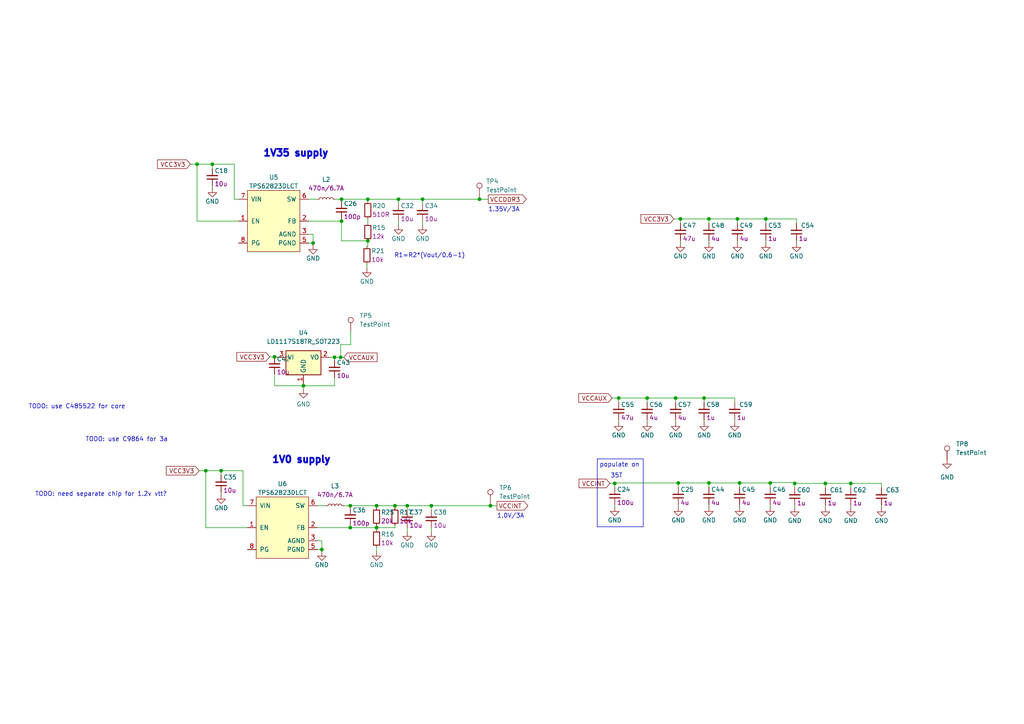
<source format=kicad_sch>
(kicad_sch (version 20230121) (generator eeschema)
  (paper "A4")
  (lib_symbols
    (symbol "C_10u_0402_1" (pin_numbers hide) (pin_names hide)
      (property "Reference" "C" (at 20.32 -5.08 0))
      (property "Val" "10u" (at 20.32 -7.62 0))
      (symbol "C_10u_0402_1_1_1"
        (pin passive line (at 0 0 0) (length 2.032) (name "~") (number "1"))
        (pin passive line (at 5.08 0 180) (length 2.032) (name "~") (number "2"))
      )
    )
    (symbol "C_10u_0402_14" (pin_numbers hide) (pin_names hide)
      (property "Reference" "C" (at 20.32 -5.08 0))
      (property "Val" "10u" (at 20.32 -7.62 0))
      (symbol "C_10u_0402_14_1_1"
        (pin passive line (at 0 0 0) (length 2.032) (name "~") (number "1"))
        (pin passive line (at 5.08 0 180) (length 2.032) (name "~") (number "2"))
      )
    )
    (symbol "C_10u_0402_15" (pin_numbers hide) (pin_names hide)
      (property "Reference" "C" (at 20.32 -5.08 0))
      (property "Val" "10u" (at 20.32 -7.62 0))
      (symbol "C_10u_0402_15_1_1"
        (pin passive line (at 0 0 0) (length 2.032) (name "~") (number "1"))
        (pin passive line (at 5.08 0 180) (length 2.032) (name "~") (number "2"))
      )
    )
    (symbol "C_10u_0402_2" (pin_numbers hide) (pin_names hide)
      (property "Reference" "C" (at 20.32 -5.08 0))
      (property "Val" "10u" (at 20.32 -7.62 0))
      (symbol "C_10u_0402_2_1_1"
        (pin passive line (at 0 0 0) (length 2.032) (name "~") (number "1"))
        (pin passive line (at 5.08 0 180) (length 2.032) (name "~") (number "2"))
      )
    )
    (symbol "C_120p_0402_1" (pin_numbers hide) (pin_names hide)
      (property "Reference" "C" (at 20.32 -5.08 0))
      (property "Val" "120p" (at 20.32 -7.62 0))
      (symbol "C_120p_0402_1_1_1"
        (pin passive line (at 0 0 0) (length 2.032) (name "~") (number "1"))
        (pin passive line (at 5.08 0 180) (length 2.032) (name "~") (number "2"))
      )
    )
    (symbol "C_470n_0402_5" (pin_numbers hide) (pin_names hide)
      (property "Reference" "C" (at 20.32 -5.08 0))
      (property "Val" "470n" (at 20.32 -7.62 0))
      (symbol "C_470n_0402_5_1_1"
        (pin passive line (at 0 0 0) (length 2.032) (name "~") (number "1"))
        (pin passive line (at 5.08 0 180) (length 2.032) (name "~") (number "2"))
      )
    )
    (symbol "C_470n_0402_9" (pin_numbers hide) (pin_names hide)
      (property "Reference" "C" (at 20.32 -5.08 0))
      (property "Val" "470n" (at 20.32 -7.62 0))
      (symbol "C_470n_0402_9_1_1"
        (pin passive line (at 0 0 0) (length 2.032) (name "~") (number "1"))
        (pin passive line (at 5.08 0 180) (length 2.032) (name "~") (number "2"))
      )
    )
    (symbol "C_47u_1210_3" (pin_numbers hide) (pin_names hide)
      (property "Reference" "C" (at 20.32 -5.08 0))
      (property "Val" "47u" (at 20.32 -7.62 0))
      (symbol "C_47u_1210_3_1_1"
        (pin passive line (at 0 0 0) (length 2.032) (name "~") (number "1"))
        (pin passive line (at 5.08 0 180) (length 2.032) (name "~") (number "2"))
      )
    )
    (symbol "C_4u7_0603_1" (pin_numbers hide) (pin_names hide)
      (property "Reference" "C" (at 20.32 -5.08 0))
      (property "Val" "4u7" (at 20.32 -7.62 0))
      (symbol "C_4u7_0603_1_1_1"
        (pin passive line (at 0 0 0) (length 2.032) (name "~") (number "1"))
        (pin passive line (at 5.08 0 180) (length 2.032) (name "~") (number "2"))
      )
    )
    (symbol "C_4u7_0603_10" (pin_numbers hide) (pin_names hide)
      (property "Reference" "C" (at 20.32 -5.08 0))
      (property "Val" "4u7" (at 20.32 -7.62 0))
      (symbol "C_4u7_0603_10_1_1"
        (pin passive line (at 0 0 0) (length 2.032) (name "~") (number "1"))
        (pin passive line (at 5.08 0 180) (length 2.032) (name "~") (number "2"))
      )
    )
    (symbol "C_4u7_0603_4" (pin_numbers hide) (pin_names hide)
      (property "Reference" "C" (at 20.32 -5.08 0))
      (property "Val" "4u7" (at 20.32 -7.62 0))
      (symbol "C_4u7_0603_4_1_1"
        (pin passive line (at 0 0 0) (length 2.032) (name "~") (number "1"))
        (pin passive line (at 5.08 0 180) (length 2.032) (name "~") (number "2"))
      )
    )
    (symbol "C_4u7_0603_7" (pin_numbers hide) (pin_names hide)
      (property "Reference" "C" (at 20.32 -5.08 0))
      (property "Val" "4u7" (at 20.32 -7.62 0))
      (symbol "C_4u7_0603_7_1_1"
        (pin passive line (at 0 0 0) (length 2.032) (name "~") (number "1"))
        (pin passive line (at 5.08 0 180) (length 2.032) (name "~") (number "2"))
      )
    )
    (symbol "C_4u7_0603_8" (pin_numbers hide) (pin_names hide)
      (property "Reference" "C" (at 20.32 -5.08 0))
      (property "Val" "4u7" (at 20.32 -7.62 0))
      (symbol "C_4u7_0603_8_1_1"
        (pin passive line (at 0 0 0) (length 2.032) (name "~") (number "1"))
        (pin passive line (at 5.08 0 180) (length 2.032) (name "~") (number "2"))
      )
    )
    (symbol "C_4u7_0603_9" (pin_numbers hide) (pin_names hide)
      (property "Reference" "C" (at 20.32 -5.08 0))
      (property "Val" "4u7" (at 20.32 -7.62 0))
      (symbol "C_4u7_0603_9_1_1"
        (pin passive line (at 0 0 0) (length 2.032) (name "~") (number "1"))
        (pin passive line (at 5.08 0 180) (length 2.032) (name "~") (number "2"))
      )
    )
    (symbol "Connector:TestPoint" (pin_numbers hide) (pin_names (offset 0.762) hide)
      (property "Reference" "TP" (at 0 6.858 0))
      (property "Value" "TestPoint" (at 0 5.08 0))
      (symbol "TestPoint_1_1"
        (pin passive line (at 0 0 90) (length 2.54) (name "1") (number "1"))
      )
    )
    (symbol "IHLP1212AEERR47M11_4" (pin_numbers hide) (pin_names hide)
      (property "Reference" "L" (at 13.97 0 0))
      (property "Val" "470n/6.7A" (at 13.97 -5.08 0))
      (symbol "IHLP1212AEERR47M11_4_1_1"
        (pin passive line (at 0 0 0) (length 0.508) (name "~") (number "1"))
        (pin passive line (at 5.08 0 180) (length 0.508) (name "~") (number "2"))
      )
    )
    (symbol "R_100k_0402_1" (pin_numbers hide) (pin_names hide)
      (property "Reference" "R" (at 20.32 -5.08 0))
      (property "Val" "100k" (at 20.32 -7.62 0))
      (symbol "R_100k_0402_1_1_1"
        (pin passive line (at 0 0 0) (length 0.635) (name "~") (number "1"))
        (pin passive line (at 5.08 0 180) (length 0.635) (name "~") (number "2"))
      )
    )
    (symbol "Regulator_Linear:LD1117S18TR_SOT223"
      (property "Reference" "U" (at -3.81 3.175 0))
      (property "Value" "LD1117S18TR_SOT223" (at 0 3.175 0))
      (symbol "LD1117S18TR_SOT223_1_1"
        (pin power_in line (at 0 -7.62 90) (length 2.54) (name "GND") (number "1"))
        (pin power_out line (at 7.62 0 180) (length 2.54) (name "VO") (number "2"))
        (pin power_in line (at -7.62 0 0) (length 2.54) (name "VI") (number "3"))
      )
    )
    (symbol "TPS62823DLCT_1" (pin_names (offset 1.016))
      (property "Reference" "U" (at 34.29 1.27 0))
      (property "Value" "TPS62823DLCT_1" (at 34.29 -1.27 0))
      (symbol "TPS62823DLCT_1_0_0"
        (pin no_connect line (at 17.78 -2.54 180) (length 2.54) hide (name "NC") (number "4"))
      )
      (symbol "TPS62823DLCT_1_1_1"
        (pin input line (at 0 -6.35 0) (length 2.54) (name "EN") (number "1"))
        (pin bidirectional line (at 20.32 -6.35 180) (length 2.54) (name "FB") (number "2"))
        (pin power_in line (at 20.32 -10.16 180) (length 2.54) (name "AGND") (number "3"))
        (pin power_in line (at 20.32 -12.7 180) (length 2.54) (name "PGND") (number "5"))
        (pin bidirectional line (at 20.32 0 180) (length 2.54) (name "SW") (number "6"))
        (pin power_in line (at 0 0 0) (length 2.54) (name "VIN") (number "7"))
        (pin output line (at 0 -12.7 0) (length 2.54) (name "PG") (number "8"))
      )
    )
    (symbol "TPS62823DLCT_4" (pin_names (offset 1.016))
      (property "Reference" "U" (at 34.29 1.27 0))
      (property "Value" "TPS62823DLCT_4" (at 34.29 -1.27 0))
      (symbol "TPS62823DLCT_4_0_0"
        (pin no_connect line (at 17.78 -2.54 180) (length 2.54) hide (name "NC") (number "4"))
      )
      (symbol "TPS62823DLCT_4_1_1"
        (pin input line (at 0 -6.35 0) (length 2.54) (name "EN") (number "1"))
        (pin bidirectional line (at 20.32 -6.35 180) (length 2.54) (name "FB") (number "2"))
        (pin power_in line (at 20.32 -10.16 180) (length 2.54) (name "AGND") (number "3"))
        (pin power_in line (at 20.32 -12.7 180) (length 2.54) (name "PGND") (number "5"))
        (pin bidirectional line (at 20.32 0 180) (length 2.54) (name "SW") (number "6"))
        (pin power_in line (at 0 0 0) (length 2.54) (name "VIN") (number "7"))
        (pin output line (at 0 -12.7 0) (length 2.54) (name "PG") (number "8"))
      )
    )
    (symbol "antmicroCapacitors0402:C_120p_0402" (pin_numbers hide) (pin_names hide)
      (property "Reference" "C" (at 20.32 -5.08 0))
      (property "Val" "120p" (at 20.32 -7.62 0))
      (symbol "C_120p_0402_1_1"
        (pin passive line (at 0 0 0) (length 2.032) (name "~") (number "1"))
        (pin passive line (at 5.08 0 180) (length 2.032) (name "~") (number "2"))
      )
    )
    (symbol "antmicroCapacitors0603:C_10u_0603" (pin_numbers hide) (pin_names hide)
      (property "Reference" "C" (at 20.32 -5.08 0))
      (property "Val" "10u" (at 20.32 -7.62 0))
      (symbol "C_10u_0603_1_1"
        (pin passive line (at 0 0 0) (length 2.032) (name "~") (number "1"))
        (pin passive line (at 5.08 0 180) (length 2.032) (name "~") (number "2"))
      )
    )
    (symbol "antmicroCapacitorsmisc:C_100u_1210" (pin_numbers hide) (pin_names hide)
      (property "Reference" "C" (at 20.32 -5.08 0))
      (property "Val" "100u" (at 20.32 -7.62 0))
      (symbol "C_100u_1210_1_1"
        (pin passive line (at 0 0 0) (length 2.032) (name "~") (number "1"))
        (pin passive line (at 5.08 0 180) (length 2.032) (name "~") (number "2"))
      )
    )
    (symbol "antmicroFixedInductors:IHLP1212AEERR47M11" (pin_numbers hide) (pin_names hide)
      (property "Reference" "L" (at 13.97 0 0))
      (property "Val" "470n/6.7A" (at 13.97 -5.08 0))
      (symbol "IHLP1212AEERR47M11_1_1"
        (pin passive line (at 0 0 0) (length 0.508) (name "~") (number "1"))
        (pin passive line (at 5.08 0 180) (length 0.508) (name "~") (number "2"))
      )
    )
    (symbol "antmicroResistors0402:R_200k_0402" (pin_numbers hide) (pin_names hide)
      (property "Reference" "R" (at 20.32 -5.08 0))
      (property "Val" "200k" (at 20.32 -7.62 0))
      (symbol "R_200k_0402_1_1"
        (pin passive line (at 0 0 0) (length 0.635) (name "~") (number "1"))
        (pin passive line (at 5.08 0 180) (length 0.635) (name "~") (number "2"))
      )
    )
    (symbol "antmicroResistors0402:R_66k5_0402" (pin_numbers hide) (pin_names hide)
      (property "Reference" "R" (at 20.32 -5.08 0))
      (property "Val" "66k5" (at 20.32 -7.62 0))
      (symbol "R_66k5_0402_1_1"
        (pin passive line (at 0 0 0) (length 0.635) (name "~") (number "1"))
        (pin passive line (at 5.08 0 180) (length 0.635) (name "~") (number "2"))
      )
    )
    (symbol "antmicropower:GND" (power) (pin_numbers hide) (pin_names hide)
      (property "Value" "GND" (at 8.89 -5.08 0))
      (symbol "GND_1_1"
        (pin power_in line (at 0 0 270) (length 0) (name "GND") (number "1"))
      )
    )
    (symbol "power:GND" (power) (pin_names (offset 0))
      (property "Value" "GND" (at 0 -3.81 0))
      (symbol "GND_1_1"
        (pin power_in line (at 0 0 270) (length 0) hide (name "GND") (number "1"))
      )
    )
  )
  (junction (at 64.135 136.525))
  (junction (at 59.69 136.525))
  (junction (at 204.216 115.443))
  (junction (at 196.723 140.081))
  (junction (at 90.805 70.485))
  (junction (at 214.503 140.081))
  (junction (at 122.555 57.785))
  (junction (at 57.15 47.625))
  (junction (at 93.345 159.385))
  (junction (at 97.028 103.632))
  (junction (at 88.011 111.887))
  (junction (at 179.451 115.443))
  (junction (at 101.6 153.035))
  (junction (at 223.393 140.081))
  (junction (at 139.065 57.785))
  (junction (at 99.06 64.135))
  (junction (at 101.6 146.685))
  (junction (at 106.68 57.785))
  (junction (at 98.806 103.632))
  (junction (at 99.06 57.785))
  (junction (at 79.629 103.505))
  (junction (at 109.22 146.685))
  (junction (at 125.095 146.685))
  (junction (at 222.123 63.5))
  (junction (at 106.68 69.85))
  (junction (at 213.868 63.5))
  (junction (at 230.505 140.208))
  (junction (at 187.706 115.443))
  (junction (at 195.961 115.443))
  (junction (at 178.308 140.208))
  (junction (at 239.395 140.208))
  (junction (at 109.22 153.035))
  (junction (at 205.613 140.081))
  (junction (at 197.358 63.5))
  (junction (at 246.761 140.208))
  (junction (at 118.11 146.685))
  (junction (at 142.24 146.685))
  (junction (at 205.613 63.5))
  (junction (at 114.554 146.685))
  (junction (at 115.57 57.785))
  (junction (at 61.595 47.625))
  (wire (pts (xy 99.06 63.5) (xy 99.06 64.135)))
  (wire (pts (xy 99.06 57.785) (xy 106.68 57.785)))
  (wire (pts (xy 97.155 57.785) (xy 99.06 57.785)))
  (wire (pts (xy 223.393 139.954) (xy 223.393 140.081)))
  (wire (pts (xy 99.695 146.685) (xy 101.6 146.685)))
  (wire (pts (xy 101.6 153.035) (xy 109.22 153.035)))
  (wire (pts (xy 89.535 70.485) (xy 90.805 70.485)))
  (wire (pts (xy 71.755 153.035) (xy 59.69 153.035)))
  (wire (pts (xy 197.358 63.5) (xy 205.613 63.5)))
  (wire (pts (xy 222.123 63.5) (xy 231.013 63.5)))
  (wire (pts (xy 178.308 140.081) (xy 178.308 140.208)))
  (wire (pts (xy 92.075 57.785) (xy 89.535 57.785)))
  (wire (pts (xy 230.505 140.208) (xy 230.505 141.478)))
  (wire (pts (xy 64.135 136.525) (xy 64.135 137.795)))
  (wire (pts (xy 109.22 152.4) (xy 109.22 153.035)))
  (wire (pts (xy 106.68 57.785) (xy 106.68 58.42)))
  (wire (pts (xy 99.06 69.85) (xy 99.06 64.135)))
  (wire (pts (xy 230.505 146.558) (xy 230.505 147.193)))
  (wire (pts (xy 230.505 139.954) (xy 230.505 140.208)))
  (wire (pts (xy 125.095 146.685) (xy 125.095 147.955)))
  (wire (pts (xy 222.123 63.5) (xy 222.123 64.77)))
  (wire (pts (xy 101.727 99.949) (xy 98.806 99.949)))
  (wire (pts (xy 179.451 121.793) (xy 179.451 122.428)))
  (wire (pts (xy 89.535 64.135) (xy 99.06 64.135)))
  (wire (pts (xy 101.6 152.4) (xy 101.6 153.035)))
  (wire (pts (xy 213.868 69.85) (xy 213.868 70.485)))
  (wire (pts (xy 97.028 109.601) (xy 97.028 111.887)))
  (wire (pts (xy 177.546 115.443) (xy 179.451 115.443)))
  (wire (pts (xy 204.216 121.793) (xy 204.216 122.428)))
  (wire (pts (xy 106.68 57.785) (xy 115.57 57.785)))
  (wire (pts (xy 79.629 108.712) (xy 79.629 111.887)))
  (wire (pts (xy 97.028 103.632) (xy 97.028 104.521)))
  (wire (pts (xy 92.075 153.035) (xy 101.6 153.035)))
  (wire (pts (xy 196.723 147.066) (xy 196.723 146.431)))
  (wire (pts (xy 213.106 121.793) (xy 213.106 122.428)))
  (wire (pts (xy 197.358 63.5) (xy 197.358 64.77)))
  (wire (pts (xy 78.232 103.505) (xy 79.629 103.505)))
  (wire (pts (xy 187.706 121.793) (xy 187.706 122.428)))
  (wire (pts (xy 204.216 115.443) (xy 204.216 116.713)))
  (wire (pts (xy 176.911 140.208) (xy 178.308 140.208)))
  (wire (pts (xy 205.613 69.85) (xy 205.613 70.485)))
  (wire (pts (xy 90.805 67.945) (xy 90.805 70.485)))
  (wire (pts (xy 178.308 146.431) (xy 178.308 147.066)))
  (wire (pts (xy 178.308 140.081) (xy 196.723 140.081)))
  (wire (pts (xy 59.69 153.035) (xy 59.69 136.525)))
  (wire (pts (xy 101.6 146.685) (xy 109.22 146.685)))
  (wire (pts (xy 67.945 57.785) (xy 69.215 57.785)))
  (wire (pts (xy 70.485 136.525) (xy 70.485 146.685)))
  (wire (pts (xy 114.554 146.685) (xy 118.11 146.685)))
  (wire (pts (xy 61.595 47.625) (xy 61.595 48.895)))
  (wire (pts (xy 195.961 115.443) (xy 195.961 116.713)))
  (wire (pts (xy 223.393 147.066) (xy 223.393 146.431)))
  (wire (pts (xy 196.723 140.081) (xy 196.723 141.351)))
  (wire (pts (xy 195.961 115.443) (xy 204.216 115.443)))
  (wire (pts (xy 246.761 146.558) (xy 246.761 147.193)))
  (wire (pts (xy 94.615 146.685) (xy 92.075 146.685)))
  (wire (pts (xy 106.68 69.85) (xy 106.68 71.501)))
  (polyline (pts (xy 186.563 133.096) (xy 186.563 152.781)))
  (wire (pts (xy 93.345 159.385) (xy 93.345 160.02)))
  (wire (pts (xy 67.945 57.785) (xy 67.945 47.625)))
  (wire (pts (xy 178.308 140.208) (xy 178.308 141.351)))
  (wire (pts (xy 118.11 146.685) (xy 125.095 146.685)))
  (wire (pts (xy 196.723 140.081) (xy 205.613 140.081)))
  (wire (pts (xy 57.15 47.625) (xy 61.595 47.625)))
  (wire (pts (xy 109.22 153.035) (xy 109.22 153.67)))
  (wire (pts (xy 106.426 76.581) (xy 106.426 77.851)))
  (wire (pts (xy 70.485 146.685) (xy 71.755 146.685)))
  (polyline (pts (xy 173.228 133.096) (xy 173.228 152.781)))
  (wire (pts (xy 92.075 159.385) (xy 93.345 159.385)))
  (wire (pts (xy 99.06 57.785) (xy 99.06 58.42)))
  (wire (pts (xy 205.613 140.081) (xy 214.503 140.081)))
  (wire (pts (xy 90.805 70.485) (xy 90.805 71.12)))
  (wire (pts (xy 125.095 153.035) (xy 125.095 154.305)))
  (wire (pts (xy 142.24 146.05) (xy 142.24 146.685)))
  (wire (pts (xy 98.806 99.949) (xy 98.806 103.632)))
  (wire (pts (xy 230.505 140.208) (xy 239.395 140.208)))
  (wire (pts (xy 139.065 57.785) (xy 141.605 57.785)))
  (wire (pts (xy 179.451 115.443) (xy 187.706 115.443)))
  (wire (pts (xy 246.761 140.208) (xy 255.651 140.208)))
  (wire (pts (xy 205.613 147.066) (xy 205.613 146.431)))
  (wire (pts (xy 255.651 140.208) (xy 255.651 141.478)))
  (wire (pts (xy 205.613 63.5) (xy 205.613 64.77)))
  (wire (pts (xy 139.065 57.15) (xy 139.065 57.785)))
  (wire (pts (xy 93.345 156.845) (xy 93.345 159.385)))
  (wire (pts (xy 204.216 115.443) (xy 213.106 115.443)))
  (wire (pts (xy 89.535 67.945) (xy 90.805 67.945)))
  (wire (pts (xy 101.727 96.139) (xy 101.727 99.949)))
  (wire (pts (xy 106.68 71.501) (xy 106.426 71.501)))
  (polyline (pts (xy 186.563 152.781) (xy 173.228 152.781)))
  (wire (pts (xy 239.395 146.558) (xy 239.395 147.193)))
  (wire (pts (xy 106.68 63.5) (xy 106.68 64.77)))
  (wire (pts (xy 222.123 69.85) (xy 222.123 70.485)))
  (wire (pts (xy 67.945 47.625) (xy 61.595 47.625)))
  (wire (pts (xy 79.629 103.505) (xy 80.391 103.505)))
  (wire (pts (xy 214.503 147.066) (xy 214.503 146.431)))
  (wire (pts (xy 115.57 57.785) (xy 115.57 59.055)))
  (wire (pts (xy 231.013 69.85) (xy 231.013 70.485)))
  (wire (pts (xy 57.785 136.525) (xy 59.69 136.525)))
  (wire (pts (xy 109.22 146.685) (xy 109.22 147.32)))
  (wire (pts (xy 187.706 115.443) (xy 195.961 115.443)))
  (wire (pts (xy 109.22 146.685) (xy 114.554 146.685)))
  (wire (pts (xy 122.555 57.785) (xy 139.065 57.785)))
  (wire (pts (xy 97.028 111.887) (xy 88.011 111.887)))
  (wire (pts (xy 125.095 146.685) (xy 142.24 146.685)))
  (wire (pts (xy 59.69 136.525) (xy 64.135 136.525)))
  (wire (pts (xy 205.613 63.5) (xy 213.868 63.5)))
  (wire (pts (xy 231.013 63.5) (xy 231.013 64.77)))
  (wire (pts (xy 98.806 103.632) (xy 99.695 103.632)))
  (wire (pts (xy 195.961 121.793) (xy 195.961 122.428)))
  (wire (pts (xy 79.629 111.887) (xy 88.011 111.887)))
  (wire (pts (xy 70.485 136.525) (xy 64.135 136.525)))
  (wire (pts (xy 187.706 115.443) (xy 187.706 116.713)))
  (wire (pts (xy 114.554 153.035) (xy 109.22 153.035)))
  (wire (pts (xy 239.395 140.208) (xy 239.395 141.478)))
  (wire (pts (xy 64.135 142.875) (xy 64.135 143.51)))
  (wire (pts (xy 118.11 146.685) (xy 118.11 147.955)))
  (wire (pts (xy 197.358 69.85) (xy 197.358 70.485)))
  (wire (pts (xy 88.011 111.887) (xy 88.011 112.903)))
  (wire (pts (xy 115.57 64.135) (xy 115.57 65.405)))
  (wire (pts (xy 213.868 63.5) (xy 213.868 64.77)))
  (wire (pts (xy 214.503 140.081) (xy 223.393 140.081)))
  (wire (pts (xy 255.651 146.558) (xy 255.651 147.193)))
  (wire (pts (xy 55.245 47.625) (xy 57.15 47.625)))
  (wire (pts (xy 239.395 140.208) (xy 246.761 140.208)))
  (wire (pts (xy 213.868 63.5) (xy 222.123 63.5)))
  (wire (pts (xy 246.761 140.208) (xy 246.761 141.478)))
  (wire (pts (xy 122.555 64.135) (xy 122.555 65.405)))
  (wire (pts (xy 223.393 139.954) (xy 230.505 139.954)))
  (wire (pts (xy 142.24 146.685) (xy 144.145 146.685)))
  (wire (pts (xy 205.613 140.081) (xy 205.613 141.351)))
  (wire (pts (xy 118.11 153.035) (xy 118.11 154.305)))
  (wire (pts (xy 57.15 64.135) (xy 69.215 64.135)))
  (wire (pts (xy 195.453 63.5) (xy 197.358 63.5)))
  (wire (pts (xy 101.6 146.685) (xy 101.6 147.32)))
  (wire (pts (xy 179.451 115.443) (xy 179.451 116.713)))
  (wire (pts (xy 57.15 47.625) (xy 57.15 64.135)))
  (wire (pts (xy 95.631 103.632) (xy 97.028 103.632)))
  (wire (pts (xy 213.106 115.443) (xy 213.106 116.713)))
  (wire (pts (xy 92.075 156.845) (xy 93.345 156.845)))
  (wire (pts (xy 223.393 140.081) (xy 223.393 141.351)))
  (wire (pts (xy 214.503 140.081) (xy 214.503 141.351)))
  (wire (pts (xy 106.68 69.85) (xy 99.06 69.85)))
  (wire (pts (xy 115.57 57.785) (xy 122.555 57.785)))
  (wire (pts (xy 114.554 146.685) (xy 114.554 147.32)))
  (wire (pts (xy 122.555 57.785) (xy 122.555 59.055)))
  (wire (pts (xy 114.554 152.4) (xy 114.554 153.035)))
  (wire (pts (xy 80.391 103.505) (xy 80.391 103.632)))
  (wire (pts (xy 109.22 158.75) (xy 109.22 160.02)))
  (wire (pts (xy 61.595 53.975) (xy 61.595 54.61)))
  (wire (pts (xy 88.011 111.252) (xy 88.011 111.887)))
  (wire (pts (xy 97.028 103.632) (xy 98.806 103.632)))
  (polyline (pts (xy 173.228 133.096) (xy 186.563 133.096)))
  (text "35T" (at 177.038 138.811 0) (effects (font (size 1.27 1.27)) (justify left bottom)))
  (text "1.35V/3A" (at 141.605 61.595 0) (effects (font (size 1.27 1.27)) (justify left bottom)))
  (text "1V0 supply" (at 78.74 134.62 0) (effects (font (size 2 2) (thickness 0.5994) bold) (justify left bottom)))
  (text "TODO: use C9864 for 3a" (at 24.765 128.27 0) (effects (font (size 1.27 1.27)) (justify left bottom)))
  (text "R1=R2*(Vout/0.6-1)" (at 114.3 74.93 0) (effects (font (size 1.27 1.27)) (justify left bottom)))
  (text "TODO: use C485522 for core" (at 8.255 118.745 0) (effects (font (size 1.27 1.27)) (justify left bottom)))
  (text "1V35 supply" (at 76.2 45.72 0) (effects (font (size 2 2) (thickness 0.5994) bold) (justify left bottom)))
  (text "1.0V/3A" (at 144.145 150.495 0) (effects (font (size 1.27 1.27)) (justify left bottom)))
  (text "TODO: need separate chip for 1.2v vtt?" (at 10.16 144.145 0) (effects (font (size 1.27 1.27)) (justify left bottom)))
  (text "populate on \n" (at 173.863 135.636 0) (effects (font (size 1.27 1.27)) (justify left bottom)))
  (global_label "VCCDDR3" (shape output) (at 141.605 57.785 0) (property "Intersheetrefs" "${INTERSHEET_REFS}" (effects hide)))
  (global_label "VCC3V3" (shape input) (at 78.232 103.505 180) (property "Intersheetrefs" "${INTERSHEET_REFS}" (effects hide)))
  (global_label "VCC3V3" (shape input) (at 195.453 63.5 180) (property "Intersheetrefs" "${INTERSHEET_REFS}" (effects hide)))
  (global_label "VCC3V3" (shape input) (at 57.785 136.525 180) (property "Intersheetrefs" "${INTERSHEET_REFS}" (effects hide)))
  (global_label "VCCAUX" (shape input) (at 99.695 103.632 0) (property "Intersheetrefs" "${INTERSHEET_REFS}" (effects hide)))
  (global_label "VCCAUX" (shape input) (at 177.546 115.443 180) (property "Intersheetrefs" "${INTERSHEET_REFS}" (effects hide)))
  (global_label "VCCINT" (shape output) (at 144.145 146.685 0) (property "Intersheetrefs" "${INTERSHEET_REFS}" (effects hide)))
  (global_label "VCCINT" (shape input) (at 176.911 140.208 180) (property "Intersheetrefs" "${INTERSHEET_REFS}" (effects hide)))
  (global_label "VCC3V3" (shape input) (at 55.245 47.625 180) (property "Intersheetrefs" "${INTERSHEET_REFS}" (effects hide)))
  (symbol (lib_id "antmicropower:GND") (at 125.095 154.305 0) (unit 1)
    (property "Reference" "#PWR043" (effects hide))
    (property "Value" "GND" (at 125.095 158.115 0))
    (property "Author" "Antmicro" (effects hide))
    (property "License" "Apache-2.0" (effects hide))
  )
  (symbol (lib_id "antmicropower:GND") (at 222.123 70.485 0) (unit 1)
    (property "Reference" "#PWR027" (effects hide))
    (property "Value" "GND" (at 222.123 74.295 0))
    (property "Author" "Antmicro" (effects hide))
    (property "License" "Apache-2.0" (effects hide))
  )
  (symbol (lib_id "antmicropower:GND") (at 122.555 65.405 0) (unit 1)
    (property "Reference" "#PWR038" (effects hide))
    (property "Value" "GND" (at 122.555 69.215 0))
    (property "Author" "Antmicro" (effects hide))
    (property "License" "Apache-2.0" (effects hide))
  )
  (symbol (lib_name "C_10u_0402_1") (lib_id "antmicroCapacitors0402:C_10u_0402") (at 97.028 109.601 90) (unit 1)
    (property "Reference" "C43" (at 97.663 105.156 90) (effects (justify right)))
    (property "Value" "10u" (effects hide))
    (property "Footprint" "antmicro-footprints:C_0402_1005Metric" (effects hide))
    (property "Datasheet" " " (effects hide))
    (property "Manufacturer" "Yaego" (effects hide))
    (property "MPN" "CC0402MRX5R5BB106" (effects hide))
    (property "Val" "10u" (at 97.663 108.966 90) (effects (justify right)))
    (property "License" "Apache-2.0" (effects hide))
    (property "Author" "Antmicro" (effects hide))
    (property "LCSC" "C15525" (effects hide))
  )
  (symbol (lib_id "antmicropower:GND") (at 64.135 143.51 0) (unit 1)
    (property "Reference" "#PWR039" (effects hide))
    (property "Value" "GND" (at 64.135 147.32 0))
    (property "Author" "Antmicro" (effects hide))
    (property "License" "Apache-2.0" (effects hide))
  )
  (symbol (lib_id "antmicropower:GND") (at 178.308 147.066 0) (unit 1)
    (property "Reference" "#PWR012" (effects hide))
    (property "Value" "GND" (at 178.308 150.876 0))
    (property "Author" "Antmicro" (effects hide))
    (property "License" "Apache-2.0" (effects hide))
  )
  (symbol (lib_id "antmicropower:GND") (at 214.503 147.066 0) (mirror y) (unit 1)
    (property "Reference" "#PWR019" (effects hide))
    (property "Value" "GND" (at 214.503 150.876 0))
    (property "Author" "Antmicro" (effects hide))
    (property "License" "Apache-2.0" (effects hide))
  )
  (symbol (lib_name "R_100k_0402_1") (lib_id "antmicroResistors0402:R_100k_0402") (at 109.22 153.67 270) (unit 1)
    (property "Reference" "R16" (at 110.49 154.94 90) (effects (justify left)))
    (property "Value" "10k" (effects hide))
    (property "Footprint" "antmicro-footprints:R_0402_1005Metric" (effects hide))
    (property "Datasheet" "https://www.bourns.com/docs/product-datasheets/cr.pdf" (effects hide))
    (property "Manufacturer" "Bourns" (effects hide))
    (property "MPN" "CR0402-FX-1003GLF" (effects hide))
    (property "Val" "10k" (at 110.49 157.48 90) (effects (justify left)))
    (property "License" "Apache-2.0" (effects hide))
    (property "Author" "Antmicro" (effects hide))
    (property "Tolerance" "1%" (effects hide))
    (property "LCSC" "C25744" (effects hide))
  )
  (symbol (lib_name "C_4u7_0603_1") (lib_id "antmicroCapacitors0603:C_4u7_0603") (at 213.868 69.85 90) (unit 1)
    (property "Reference" "C49" (at 214.503 65.405 90) (effects (justify right)))
    (property "Value" "4u7" (effects hide))
    (property "Footprint" "antmicro-footprints:C_0402_1005Metric" (effects hide))
    (property "Datasheet" " " (effects hide))
    (property "Manufacturer" "TDK" (effects hide))
    (property "MPN" "C1608X5R1V475M080AC" (effects hide))
    (property "Val" "4u" (at 214.503 69.215 90) (effects (justify right)))
    (property "License" "Apache-2.0" (effects hide))
    (property "Author" "Antmicro" (effects hide))
    (property "LCSC" "C23733" (effects hide))
  )
  (symbol (lib_name "C_120p_0402_1") (lib_id "antmicroCapacitors0402:C_120p_0402") (at 99.06 63.5 90) (unit 1)
    (property "Reference" "C26" (at 99.695 59.055 90) (effects (justify right)))
    (property "Value" "100p" (effects hide))
    (property "Footprint" "antmicro-footprints:C_0402_1005Metric" (effects hide))
    (property "Datasheet" " " (effects hide))
    (property "Manufacturer" "KEMET" (effects hide))
    (property "MPN" "C0402C121J5GACTU" (effects hide))
    (property "Val" "100p" (at 99.695 62.865 90) (effects (justify right)))
    (property "License" "Apache-2.0" (effects hide))
    (property "Author" "Antmicro" (effects hide))
    (property "LCSC" "C1546" (effects hide))
  )
  (symbol (lib_id "antmicroResistors0402:R_200k_0402") (at 106.68 63.5 90) (unit 1)
    (property "Reference" "R20" (at 107.95 59.69 90) (effects (justify right)))
    (property "Value" "510R" (effects hide))
    (property "Footprint" "antmicro-footprints:R_0402_1005Metric" (effects hide))
    (property "Datasheet" "https://www.bourns.com/docs/product-datasheets/cr.pdf" (effects hide))
    (property "MPN" "CR0402-FX-2003GLF" (effects hide))
    (property "Manufacturer" "Bourns" (effects hide))
    (property "License" "Apache-2.0" (effects hide))
    (property "Author" "Antmicro" (effects hide))
    (property "Val" "510R" (at 107.95 62.23 90) (effects (justify right)))
    (property "Tolerance" "1%" (effects hide))
    (property "LCSC" "C25123" (effects hide))
  )
  (symbol (lib_id "antmicropower:GND") (at 109.22 160.02 0) (unit 1)
    (property "Reference" "#PWR041" (effects hide))
    (property "Value" "GND" (at 109.22 163.83 0))
    (property "Author" "Antmicro" (effects hide))
    (property "License" "Apache-2.0" (effects hide))
  )
  (symbol (lib_id "antmicropower:GND") (at 187.706 122.428 0) (unit 1)
    (property "Reference" "#PWR037" (effects hide))
    (property "Value" "GND" (at 187.706 126.238 0))
    (property "Author" "Antmicro" (effects hide))
    (property "License" "Apache-2.0" (effects hide))
  )
  (symbol (lib_id "antmicropower:GND") (at 213.106 122.428 0) (unit 1)
    (property "Reference" "#PWR045" (effects hide))
    (property "Value" "GND" (at 213.106 126.238 0))
    (property "Author" "Antmicro" (effects hide))
    (property "License" "Apache-2.0" (effects hide))
  )
  (symbol (lib_id "antmicropower:GND") (at 213.868 70.485 0) (unit 1)
    (property "Reference" "#PWR026" (effects hide))
    (property "Value" "GND" (at 213.868 74.295 0))
    (property "Author" "Antmicro" (effects hide))
    (property "License" "Apache-2.0" (effects hide))
  )
  (symbol (lib_id "antmicropower:GND") (at 179.451 122.428 0) (unit 1)
    (property "Reference" "#PWR033" (effects hide))
    (property "Value" "GND" (at 179.451 126.238 0))
    (property "Author" "Antmicro" (effects hide))
    (property "License" "Apache-2.0" (effects hide))
  )
  (symbol (lib_id "antmicropower:GND") (at 239.395 147.193 0) (unit 1)
    (property "Reference" "#PWR047" (effects hide))
    (property "Value" "GND" (at 239.395 151.003 0))
    (property "Author" "Antmicro" (effects hide))
    (property "License" "Apache-2.0" (effects hide))
  )
  (symbol (lib_id "Connector:TestPoint") (at 274.701 133.35 0) (unit 1)
    (property "Reference" "TP8" (at 277.241 128.778 0) (effects (justify left)))
    (property "Value" "TestPoint" (at 277.241 131.318 0) (effects (justify left)))
    (property "Footprint" "TestPoint:TestPoint_Pad_D1.0mm" (effects hide))
  )
  (symbol (lib_id "antmicropower:GND") (at 61.595 54.61 0) (unit 1)
    (property "Reference" "#PWR020" (effects hide))
    (property "Value" "GND" (at 61.595 58.42 0))
    (property "Author" "Antmicro" (effects hide))
    (property "License" "Apache-2.0" (effects hide))
  )
  (symbol (lib_id "antmicroCapacitorsmisc:C_100u_1210") (at 178.308 146.431 90) (unit 1)
    (property "Reference" "C24" (at 178.943 141.986 90) (effects (justify right)))
    (property "Value" "100u" (effects hide))
    (property "Footprint" "antmicro-footprints:C_1206_3216Metric" (effects hide))
    (property "Datasheet" " " (effects hide))
    (property "Manufacturer" "Samsung" (effects hide))
    (property "MPN" "CL32A107MQVNNNE" (effects hide))
    (property "Val" "100u" (at 178.943 145.796 90) (effects (justify right)))
    (property "License" "Apache-2.0" (effects hide))
    (property "Author" "Antmicro" (effects hide))
    (property "LCSC" "C15008" (effects hide))
  )
  (symbol (lib_name "C_10u_0402_1") (lib_id "antmicroCapacitors0402:C_10u_0402") (at 79.629 108.585 90) (unit 1)
    (property "Reference" "C42" (at 80.264 104.14 90) (effects (justify right)))
    (property "Value" "10u" (effects hide))
    (property "Footprint" "antmicro-footprints:C_0402_1005Metric" (effects hide))
    (property "Datasheet" " " (effects hide))
    (property "Manufacturer" "Yaego" (effects hide))
    (property "MPN" "CC0402MRX5R5BB106" (effects hide))
    (property "Val" "10u" (at 80.264 107.95 90) (effects (justify right)))
    (property "License" "Apache-2.0" (effects hide))
    (property "Author" "Antmicro" (effects hide))
    (property "LCSC" "C15525" (effects hide))
  )
  (symbol (lib_name "C_4u7_0603_9") (lib_id "antmicroCapacitors0603:C_4u7_0603") (at 196.723 146.431 90) (unit 1)
    (property "Reference" "C25" (at 197.358 141.986 90) (effects (justify right)))
    (property "Value" "4u7" (effects hide))
    (property "Footprint" "antmicro-footprints:C_0402_1005Metric" (effects hide))
    (property "Datasheet" " " (effects hide))
    (property "Manufacturer" "TDK" (effects hide))
    (property "MPN" "C1608X5R1V475M080AC" (effects hide))
    (property "Val" "4u" (at 197.358 145.796 90) (effects (justify right)))
    (property "License" "Apache-2.0" (effects hide))
    (property "Author" "Antmicro" (effects hide))
    (property "LCSC" "C23733" (effects hide))
  )
  (symbol (lib_name "C_470n_0402_5") (lib_id "antmicroCapacitors0402:C_470n_0402") (at 230.505 146.558 90) (unit 1)
    (property "Reference" "C60" (at 231.14 142.113 90) (effects (justify right)))
    (property "Value" "1u" (effects hide))
    (property "Footprint" "antmicro-footprints:C_0402_1005Metric" (effects hide))
    (property "Datasheet" " " (effects hide))
    (property "Manufacturer" "TDK" (effects hide))
    (property "MPN" "C1005X5R1E474M050BB" (effects hide))
    (property "Val" "1u" (at 231.14 145.923 90) (effects (justify right)))
    (property "License" "Apache-2.0" (effects hide))
    (property "Author" "Antmicro" (effects hide))
    (property "LCSC" "C52923" (effects hide))
  )
  (symbol (lib_id "antmicroFixedInductors:IHLP1212AEERR47M11") (at 92.075 57.785 0) (unit 1)
    (property "Reference" "L2" (at 94.615 52.07 0))
    (property "Value" "IHLP1212AEERR47M11" (effects hide))
    (property "Footprint" "nf_tpu:MHCI05030" (effects hide))
    (property "Manufacturer" "Vishay" (effects hide))
    (property "MPN" "IHLP1212AEERR47M11" (effects hide))
    (property "Val" "470n/6.7A" (at 94.615 54.61 0))
    (property "Size" "3.0x3.0" (effects hide))
    (property "Author" "Antmicro" (effects hide))
    (property "License" "Apache-2.0" (effects hide))
    (property "LCSC2" "C844966" (effects hide))
    (property "LCSC" "C329374" (effects hide))
  )
  (symbol (lib_id "antmicropower:GND") (at 118.11 154.305 0) (unit 1)
    (property "Reference" "#PWR042" (effects hide))
    (property "Value" "GND" (at 118.11 158.115 0))
    (property "Author" "Antmicro" (effects hide))
    (property "License" "Apache-2.0" (effects hide))
  )
  (symbol (lib_name "C_4u7_0603_10") (lib_id "antmicroCapacitors0603:C_4u7_0603") (at 205.613 146.431 90) (unit 1)
    (property "Reference" "C44" (at 206.248 141.986 90) (effects (justify right)))
    (property "Value" "4u7" (effects hide))
    (property "Footprint" "antmicro-footprints:C_0402_1005Metric" (effects hide))
    (property "Datasheet" " " (effects hide))
    (property "Manufacturer" "TDK" (effects hide))
    (property "MPN" "C1608X5R1V475M080AC" (effects hide))
    (property "Val" "4u" (at 206.248 145.796 90) (effects (justify right)))
    (property "License" "Apache-2.0" (effects hide))
    (property "Author" "Antmicro" (effects hide))
    (property "LCSC" "C23733" (effects hide))
  )
  (symbol (lib_name "C_4u7_0603_4") (lib_id "antmicroCapacitors0603:C_4u7_0603") (at 187.706 121.793 90) (unit 1)
    (property "Reference" "C56" (at 188.341 117.348 90) (effects (justify right)))
    (property "Value" "4u7" (effects hide))
    (property "Footprint" "antmicro-footprints:C_0402_1005Metric" (effects hide))
    (property "Datasheet" " " (effects hide))
    (property "Manufacturer" "TDK" (effects hide))
    (property "MPN" "C1608X5R1V475M080AC" (effects hide))
    (property "Val" "4u" (at 188.341 121.158 90) (effects (justify right)))
    (property "License" "Apache-2.0" (effects hide))
    (property "Author" "Antmicro" (effects hide))
    (property "LCSC" "C23733" (effects hide))
  )
  (symbol (lib_id "antmicropower:GND") (at 230.505 147.193 0) (unit 1)
    (property "Reference" "#PWR046" (effects hide))
    (property "Value" "GND" (at 230.505 151.003 0))
    (property "Author" "Antmicro" (effects hide))
    (property "License" "Apache-2.0" (effects hide))
  )
  (symbol (lib_name "C_47u_1210_3") (lib_id "antmicroCapacitorsmisc:C_47u_1210") (at 197.358 69.85 90) (unit 1)
    (property "Reference" "C47" (at 197.993 65.405 90) (effects (justify right)))
    (property "Value" "4u7" (effects hide))
    (property "Footprint" "antmicro-footprints:C_1206_3216Metric" (effects hide))
    (property "Datasheet" " " (effects hide))
    (property "Manufacturer" "KEMET" (effects hide))
    (property "MPN" "C1210C476K8RACTU" (effects hide))
    (property "Val" "47u" (at 197.993 69.215 90) (effects (justify right)))
    (property "License" "Apache-2.0" (effects hide))
    (property "Author" "Antmicro" (effects hide))
    (property "LCSC" "C96123" (effects hide))
  )
  (symbol (lib_id "antmicropower:GND") (at 195.961 122.428 0) (unit 1)
    (property "Reference" "#PWR040" (effects hide))
    (property "Value" "GND" (at 195.961 126.238 0))
    (property "Author" "Antmicro" (effects hide))
    (property "License" "Apache-2.0" (effects hide))
  )
  (symbol (lib_name "C_470n_0402_5") (lib_id "antmicroCapacitors0402:C_470n_0402") (at 246.761 146.558 90) (unit 1)
    (property "Reference" "C62" (at 247.396 142.113 90) (effects (justify right)))
    (property "Value" "1u" (effects hide))
    (property "Footprint" "antmicro-footprints:C_0402_1005Metric" (effects hide))
    (property "Datasheet" " " (effects hide))
    (property "Manufacturer" "TDK" (effects hide))
    (property "MPN" "C1005X5R1E474M050BB" (effects hide))
    (property "Val" "1u" (at 247.396 145.923 90) (effects (justify right)))
    (property "License" "Apache-2.0" (effects hide))
    (property "Author" "Antmicro" (effects hide))
    (property "LCSC" "C52923" (effects hide))
  )
  (symbol (lib_id "Connector:TestPoint") (at 101.727 96.139 0) (unit 1)
    (property "Reference" "TP5" (at 104.267 91.567 0) (effects (justify left)))
    (property "Value" "TestPoint" (at 104.267 94.107 0) (effects (justify left)))
    (property "Footprint" "TestPoint:TestPoint_Pad_D1.0mm" (effects hide))
  )
  (symbol (lib_id "power:GND") (at 274.701 133.35 0) (unit 1)
    (property "Reference" "#PWR023" (effects hide))
    (property "Value" "GND" (at 274.701 138.43 0))
  )
  (symbol (lib_name "TPS62823DLCT_1") (lib_id "antmicroDCDCConverters:TPS62823DLCT") (at 71.755 146.685 0) (unit 1)
    (property "Reference" "U6" (at 81.915 140.335 0))
    (property "Value" "TPS62823DLCT" (at 81.915 142.875 0))
    (property "Footprint" "antmicro-footprints:QFN-8_2x1mm" (effects hide))
    (property "Datasheet" "https://www.ti.com/lit/ds/symlink/tps62823.pdf?ts=1685970309606&ref_url=https%253A%252F%252Fwww.ti.com%252Fproduct%252FTPS62823%252Fpart-details%252FTPS62823DLCT" (effects hide))
    (property "MPN" "TPS62823DLCT" (effects hide))
    (property "Manufacturer" "Texas Instruments" (effects hide))
    (property "Author" "Antmicro" (effects hide))
    (property "License" "Apache-2.0" (effects hide))
    (property "LCSC" "C2693497" (effects hide))
  )
  (symbol (lib_id "antmicroResistors0402:R_200k_0402") (at 106.68 69.85 90) (unit 1)
    (property "Reference" "R15" (at 107.95 66.04 90) (effects (justify right)))
    (property "Value" "12k" (effects hide))
    (property "Footprint" "antmicro-footprints:R_0402_1005Metric" (effects hide))
    (property "Datasheet" "https://www.bourns.com/docs/product-datasheets/cr.pdf" (effects hide))
    (property "MPN" "CR0402-FX-2003GLF" (effects hide))
    (property "Manufacturer" "Bourns" (effects hide))
    (property "License" "Apache-2.0" (effects hide))
    (property "Author" "Antmicro" (effects hide))
    (property "Val" "12k" (at 107.95 68.58 90) (effects (justify right)))
    (property "Tolerance" "1%" (effects hide))
    (property "LCSC" "C25752" (effects hide))
  )
  (symbol (lib_name "TPS62823DLCT_4") (lib_id "antmicroDCDCConverters:TPS62823DLCT") (at 69.215 57.785 0) (unit 1)
    (property "Reference" "U5" (at 79.375 51.435 0))
    (property "Value" "TPS62823DLCT" (at 79.375 53.975 0))
    (property "Footprint" "antmicro-footprints:QFN-8_2x1mm" (effects hide))
    (property "Datasheet" "https://www.ti.com/lit/ds/symlink/tps62823.pdf?ts=1685970309606&ref_url=https%253A%252F%252Fwww.ti.com%252Fproduct%252FTPS62823%252Fpart-details%252FTPS62823DLCT" (effects hide))
    (property "MPN" "TPS62823DLCT" (effects hide))
    (property "Manufacturer" "Texas Instruments" (effects hide))
    (property "Author" "Antmicro" (effects hide))
    (property "License" "Apache-2.0" (effects hide))
    (property "LCSC" "C2693497" (effects hide))
  )
  (symbol (lib_name "C_4u7_0603_8") (lib_id "antmicroCapacitors0603:C_4u7_0603") (at 223.393 146.431 90) (unit 1)
    (property "Reference" "C46" (at 224.028 141.986 90) (effects (justify right)))
    (property "Value" "4u7" (effects hide))
    (property "Footprint" "antmicro-footprints:C_0402_1005Metric" (effects hide))
    (property "Datasheet" " " (effects hide))
    (property "Manufacturer" "TDK" (effects hide))
    (property "MPN" "C1608X5R1V475M080AC" (effects hide))
    (property "Val" "4u" (at 224.028 145.796 90) (effects (justify right)))
    (property "License" "Apache-2.0" (effects hide))
    (property "Author" "Antmicro" (effects hide))
    (property "LCSC" "C23733" (effects hide))
  )
  (symbol (lib_name "C_4u7_0603_7") (lib_id "antmicroCapacitors0603:C_4u7_0603") (at 214.503 146.431 90) (unit 1)
    (property "Reference" "C45" (at 215.138 141.986 90) (effects (justify right)))
    (property "Value" "4u7" (effects hide))
    (property "Footprint" "antmicro-footprints:C_0402_1005Metric" (effects hide))
    (property "Datasheet" " " (effects hide))
    (property "Manufacturer" "TDK" (effects hide))
    (property "MPN" "C1608X5R1V475M080AC" (effects hide))
    (property "Val" "4u" (at 215.138 145.796 90) (effects (justify right)))
    (property "License" "Apache-2.0" (effects hide))
    (property "Author" "Antmicro" (effects hide))
    (property "LCSC" "C23733" (effects hide))
  )
  (symbol (lib_id "antmicroCapacitors0603:C_10u_0603") (at 64.135 142.875 90) (unit 1)
    (property "Reference" "C35" (at 64.77 138.43 90) (effects (justify right)))
    (property "Value" "10u" (effects hide))
    (property "Footprint" "antmicro-footprints:C_0402_1005Metric" (effects hide))
    (property "Datasheet" " " (effects hide))
    (property "Manufacturer" "Murata" (effects hide))
    (property "MPN" "GRM188R61A106KE69D" (effects hide))
    (property "Val" "10u" (at 64.77 142.24 90) (effects (justify right)))
    (property "License" "Apache-2.0" (effects hide))
    (property "Author" "Antmicro" (effects hide))
    (property "LCSC" "C15525" (effects hide))
  )
  (symbol (lib_id "antmicropower:GND") (at 106.426 77.851 0) (unit 1)
    (property "Reference" "#PWR034" (effects hide))
    (property "Value" "GND" (at 106.426 81.661 0))
    (property "Author" "Antmicro" (effects hide))
    (property "License" "Apache-2.0" (effects hide))
  )
  (symbol (lib_id "antmicropower:GND") (at 196.723 147.066 0) (mirror y) (unit 1)
    (property "Reference" "#PWR013" (effects hide))
    (property "Value" "GND" (at 196.723 150.876 0))
    (property "Author" "Antmicro" (effects hide))
    (property "License" "Apache-2.0" (effects hide))
  )
  (symbol (lib_id "antmicropower:GND") (at 231.013 70.485 0) (unit 1)
    (property "Reference" "#PWR029" (effects hide))
    (property "Value" "GND" (at 231.013 74.295 0))
    (property "Author" "Antmicro" (effects hide))
    (property "License" "Apache-2.0" (effects hide))
  )
  (symbol (lib_name "C_10u_0402_1") (lib_id "antmicroCapacitors0402:C_10u_0402") (at 115.57 64.135 90) (unit 1)
    (property "Reference" "C32" (at 116.205 59.69 90) (effects (justify right)))
    (property "Value" "10u" (effects hide))
    (property "Footprint" "antmicro-footprints:C_0402_1005Metric" (effects hide))
    (property "Datasheet" " " (effects hide))
    (property "Manufacturer" "Yaego" (effects hide))
    (property "MPN" "CC0402MRX5R5BB106" (effects hide))
    (property "Val" "10u" (at 116.205 63.5 90) (effects (justify right)))
    (property "License" "Apache-2.0" (effects hide))
    (property "Author" "Antmicro" (effects hide))
    (property "LCSC" "C15525" (effects hide))
  )
  (symbol (lib_name "C_10u_0402_2") (lib_id "antmicroCapacitors0402:C_10u_0402") (at 122.555 64.135 90) (unit 1)
    (property "Reference" "C34" (at 123.19 59.69 90) (effects (justify right)))
    (property "Value" "10u" (effects hide))
    (property "Footprint" "antmicro-footprints:C_0402_1005Metric" (effects hide))
    (property "Datasheet" " " (effects hide))
    (property "Manufacturer" "Yaego" (effects hide))
    (property "MPN" "CC0402MRX5R5BB106" (effects hide))
    (property "Val" "10u" (at 123.19 63.5 90) (effects (justify right)))
    (property "License" "Apache-2.0" (effects hide))
    (property "Author" "Antmicro" (effects hide))
    (property "LCSC" "C15525" (effects hide))
  )
  (symbol (lib_id "antmicropower:GND") (at 115.57 65.405 0) (unit 1)
    (property "Reference" "#PWR036" (effects hide))
    (property "Value" "GND" (at 115.57 69.215 0))
    (property "Author" "Antmicro" (effects hide))
    (property "License" "Apache-2.0" (effects hide))
  )
  (symbol (lib_id "antmicropower:GND") (at 246.761 147.193 0) (unit 1)
    (property "Reference" "#PWR051" (effects hide))
    (property "Value" "GND" (at 246.761 151.003 0))
    (property "Author" "Antmicro" (effects hide))
    (property "License" "Apache-2.0" (effects hide))
  )
  (symbol (lib_id "power:GND") (at 88.011 112.903 0) (unit 1)
    (property "Reference" "#PWR010" (effects hide))
    (property "Value" "GND" (at 88.011 117.221 0))
  )
  (symbol (lib_id "antmicropower:GND") (at 255.651 147.193 0) (unit 1)
    (property "Reference" "#PWR052" (effects hide))
    (property "Value" "GND" (at 255.651 151.003 0))
    (property "Author" "Antmicro" (effects hide))
    (property "License" "Apache-2.0" (effects hide))
  )
  (symbol (lib_id "antmicroCapacitors0402:C_120p_0402") (at 101.6 152.4 90) (unit 1)
    (property "Reference" "C36" (at 102.235 147.955 90) (effects (justify right)))
    (property "Value" "100p" (effects hide))
    (property "Footprint" "antmicro-footprints:C_0402_1005Metric" (effects hide))
    (property "Datasheet" " " (effects hide))
    (property "Manufacturer" "KEMET" (effects hide))
    (property "MPN" "C0402C121J5GACTU" (effects hide))
    (property "Val" "100p" (at 102.235 151.765 90) (effects (justify right)))
    (property "License" "Apache-2.0" (effects hide))
    (property "Author" "Antmicro" (effects hide))
    (property "LCSC" "C1546" (effects hide))
  )
  (symbol (lib_name "IHLP1212AEERR47M11_4") (lib_id "antmicroFixedInductors:IHLP1212AEERR47M11") (at 94.615 146.685 0) (unit 1)
    (property "Reference" "L3" (at 97.155 140.97 0))
    (property "Value" "IHLP1212AEERR47M11" (effects hide))
    (property "Footprint" "nf_tpu:MHCI05030" (effects hide))
    (property "Manufacturer" "Vishay" (effects hide))
    (property "MPN" "IHLP1212AEERR47M11" (effects hide))
    (property "Val" "470n/6.7A" (at 97.155 143.51 0))
    (property "Size" "3.0x3.0" (effects hide))
    (property "Author" "Antmicro" (effects hide))
    (property "License" "Apache-2.0" (effects hide))
    (property "LCSC2" "C844966" (effects hide))
    (property "LCSC" "C329374" (effects hide))
  )
  (symbol (lib_id "antmicropower:GND") (at 90.805 71.12 0) (unit 1)
    (property "Reference" "#PWR028" (effects hide))
    (property "Value" "GND" (at 90.805 74.93 0))
    (property "Author" "Antmicro" (effects hide))
    (property "License" "Apache-2.0" (effects hide))
  )
  (symbol (lib_id "antmicropower:GND") (at 223.393 147.066 0) (mirror y) (unit 1)
    (property "Reference" "#PWR022" (effects hide))
    (property "Value" "GND" (at 223.393 150.876 0))
    (property "Author" "Antmicro" (effects hide))
    (property "License" "Apache-2.0" (effects hide))
  )
  (symbol (lib_name "C_10u_0402_14") (lib_id "antmicroCapacitors0402:C_10u_0402") (at 125.095 153.035 90) (unit 1)
    (property "Reference" "C38" (at 125.73 148.59 90) (effects (justify right)))
    (property "Value" "10u" (effects hide))
    (property "Footprint" "antmicro-footprints:C_0402_1005Metric" (effects hide))
    (property "Datasheet" " " (effects hide))
    (property "Manufacturer" "Yaego" (effects hide))
    (property "MPN" "CC0402MRX5R5BB106" (effects hide))
    (property "Val" "10u" (at 125.73 152.4 90) (effects (justify right)))
    (property "License" "Apache-2.0" (effects hide))
    (property "Author" "Antmicro" (effects hide))
    (property "LCSC" "C15525" (effects hide))
  )
  (symbol (lib_name "C_470n_0402_5") (lib_id "antmicroCapacitors0402:C_470n_0402") (at 222.123 69.85 90) (unit 1)
    (property "Reference" "C53" (at 222.758 65.405 90) (effects (justify right)))
    (property "Value" "1u" (effects hide))
    (property "Footprint" "antmicro-footprints:C_0402_1005Metric" (effects hide))
    (property "Datasheet" " " (effects hide))
    (property "Manufacturer" "TDK" (effects hide))
    (property "MPN" "C1005X5R1E474M050BB" (effects hide))
    (property "Val" "1u" (at 222.758 69.215 90) (effects (justify right)))
    (property "License" "Apache-2.0" (effects hide))
    (property "Author" "Antmicro" (effects hide))
    (property "LCSC" "C52923" (effects hide))
  )
  (symbol (lib_name "C_47u_1210_3") (lib_id "antmicroCapacitorsmisc:C_47u_1210") (at 179.451 121.793 90) (unit 1)
    (property "Reference" "C55" (at 180.086 117.348 90) (effects (justify right)))
    (property "Value" "4u7" (effects hide))
    (property "Footprint" "antmicro-footprints:C_1206_3216Metric" (effects hide))
    (property "Datasheet" " " (effects hide))
    (property "Manufacturer" "KEMET" (effects hide))
    (property "MPN" "C1210C476K8RACTU" (effects hide))
    (property "Val" "47u" (at 180.086 121.158 90) (effects (justify right)))
    (property "License" "Apache-2.0" (effects hide))
    (property "Author" "Antmicro" (effects hide))
    (property "LCSC" "C96123" (effects hide))
  )
  (symbol (lib_name "C_4u7_0603_4") (lib_id "antmicroCapacitors0603:C_4u7_0603") (at 205.613 69.85 90) (unit 1)
    (property "Reference" "C48" (at 206.248 65.405 90) (effects (justify right)))
    (property "Value" "4u7" (effects hide))
    (property "Footprint" "antmicro-footprints:C_0402_1005Metric" (effects hide))
    (property "Datasheet" " " (effects hide))
    (property "Manufacturer" "TDK" (effects hide))
    (property "MPN" "C1608X5R1V475M080AC" (effects hide))
    (property "Val" "4u" (at 206.248 69.215 90) (effects (justify right)))
    (property "License" "Apache-2.0" (effects hide))
    (property "Author" "Antmicro" (effects hide))
    (property "LCSC" "C23733" (effects hide))
  )
  (symbol (lib_id "antmicropower:GND") (at 93.345 160.02 0) (unit 1)
    (property "Reference" "#PWR035" (effects hide))
    (property "Value" "GND" (at 93.345 163.83 0))
    (property "Author" "Antmicro" (effects hide))
    (property "License" "Apache-2.0" (effects hide))
  )
  (symbol (lib_id "Connector:TestPoint") (at 139.065 57.15 0) (unit 1)
    (property "Reference" "TP4" (at 140.97 52.578 0) (effects (justify left)))
    (property "Value" "TestPoint" (at 140.97 55.118 0) (effects (justify left)))
    (property "Footprint" "TestPoint:TestPoint_Pad_D1.0mm" (effects hide))
  )
  (symbol (lib_name "C_470n_0402_9") (lib_id "antmicroCapacitors0402:C_470n_0402") (at 231.013 69.85 90) (unit 1)
    (property "Reference" "C54" (at 232.283 65.405 90) (effects (justify right)))
    (property "Value" "1u" (effects hide))
    (property "Footprint" "antmicro-footprints:C_0402_1005Metric" (effects hide))
    (property "Datasheet" " " (effects hide))
    (property "Manufacturer" "TDK" (effects hide))
    (property "MPN" "C1005X5R1E474M050BB" (effects hide))
    (property "Val" "1u" (at 231.648 69.215 90) (effects (justify right)))
    (property "License" "Apache-2.0" (effects hide))
    (property "Author" "Antmicro" (effects hide))
    (property "LCSC" "C52923" (effects hide))
  )
  (symbol (lib_name "R_100k_0402_1") (lib_id "antmicroResistors0402:R_100k_0402") (at 106.426 71.501 270) (unit 1)
    (property "Reference" "R21" (at 107.696 72.771 90) (effects (justify left)))
    (property "Value" "10k" (effects hide))
    (property "Footprint" "antmicro-footprints:R_0402_1005Metric" (effects hide))
    (property "Datasheet" "https://www.bourns.com/docs/product-datasheets/cr.pdf" (effects hide))
    (property "Manufacturer" "Bourns" (effects hide))
    (property "MPN" "CR0402-FX-1003GLF" (effects hide))
    (property "Val" "10k" (at 107.696 75.311 90) (effects (justify left)))
    (property "License" "Apache-2.0" (effects hide))
    (property "Author" "Antmicro" (effects hide))
    (property "Tolerance" "1%" (effects hide))
    (property "LCSC" "C25744" (effects hide))
  )
  (symbol (lib_id "Connector:TestPoint") (at 142.24 146.05 0) (unit 1)
    (property "Reference" "TP6" (at 144.78 141.478 0) (effects (justify left)))
    (property "Value" "TestPoint" (at 144.78 144.018 0) (effects (justify left)))
    (property "Footprint" "TestPoint:TestPoint_Pad_D1.0mm" (effects hide))
  )
  (symbol (lib_id "antmicropower:GND") (at 197.358 70.485 0) (unit 1)
    (property "Reference" "#PWR024" (effects hide))
    (property "Value" "GND" (at 197.358 74.295 0))
    (property "Author" "Antmicro" (effects hide))
    (property "License" "Apache-2.0" (effects hide))
  )
  (symbol (lib_name "C_470n_0402_9") (lib_id "antmicroCapacitors0402:C_470n_0402") (at 213.106 121.793 90) (unit 1)
    (property "Reference" "C59" (at 214.376 117.348 90) (effects (justify right)))
    (property "Value" "1u" (effects hide))
    (property "Footprint" "antmicro-footprints:C_0402_1005Metric" (effects hide))
    (property "Datasheet" " " (effects hide))
    (property "Manufacturer" "TDK" (effects hide))
    (property "MPN" "C1005X5R1E474M050BB" (effects hide))
    (property "Val" "1u" (at 213.741 121.158 90) (effects (justify right)))
    (property "License" "Apache-2.0" (effects hide))
    (property "Author" "Antmicro" (effects hide))
    (property "LCSC" "C52923" (effects hide))
  )
  (symbol (lib_id "antmicropower:GND") (at 204.216 122.428 0) (unit 1)
    (property "Reference" "#PWR044" (effects hide))
    (property "Value" "GND" (at 204.216 126.238 0))
    (property "Author" "Antmicro" (effects hide))
    (property "License" "Apache-2.0" (effects hide))
  )
  (symbol (lib_name "R_100k_0402_1") (lib_id "antmicroResistors0402:R_100k_0402") (at 114.554 147.32 270) (unit 1)
    (property "Reference" "R17" (at 115.824 148.59 90) (effects (justify left)))
    (property "Value" "10k" (effects hide))
    (property "Footprint" "antmicro-footprints:R_0402_1005Metric" (effects hide))
    (property "Datasheet" "https://www.bourns.com/docs/product-datasheets/cr.pdf" (effects hide))
    (property "Manufacturer" "Bourns" (effects hide))
    (property "MPN" "CR0402-FX-1003GLF" (effects hide))
    (property "Val" "10k" (at 115.824 151.13 90) (effects (justify left)))
    (property "License" "Apache-2.0" (effects hide))
    (property "Author" "Antmicro" (effects hide))
    (property "Tolerance" "1%" (effects hide))
    (property "LCSC" "C25744" (effects hide))
  )
  (symbol (lib_name "C_470n_0402_9") (lib_id "antmicroCapacitors0402:C_470n_0402") (at 239.395 146.558 90) (unit 1)
    (property "Reference" "C61" (at 240.665 142.113 90) (effects (justify right)))
    (property "Value" "1u" (effects hide))
    (property "Footprint" "antmicro-footprints:C_0402_1005Metric" (effects hide))
    (property "Datasheet" " " (effects hide))
    (property "Manufacturer" "TDK" (effects hide))
    (property "MPN" "C1005X5R1E474M050BB" (effects hide))
    (property "Val" "1u" (at 240.03 145.923 90) (effects (justify right)))
    (property "License" "Apache-2.0" (effects hide))
    (property "Author" "Antmicro" (effects hide))
    (property "LCSC" "C52923" (effects hide))
  )
  (symbol (lib_id "Regulator_Linear:LD1117S18TR_SOT223") (at 88.011 103.632 0) (unit 1)
    (property "Reference" "U4" (at 88.011 96.52 0))
    (property "Value" "LD1117S18TR_SOT223" (at 88.011 99.06 0))
    (property "Footprint" "Package_TO_SOT_SMD:SOT-223-3_TabPin2" (effects hide))
    (property "Datasheet" "http://www.st.com/st-web-ui/static/active/en/resource/technical/document/datasheet/CD00000544.pdf" (effects hide))
    (property "LCSC" "C347220" (effects hide))
  )
  (symbol (lib_id "antmicropower:GND") (at 205.613 147.066 0) (mirror y) (unit 1)
    (property "Reference" "#PWR014" (effects hide))
    (property "Value" "GND" (at 205.613 150.876 0))
    (property "Author" "Antmicro" (effects hide))
    (property "License" "Apache-2.0" (effects hide))
  )
  (symbol (lib_id "antmicroCapacitors0603:C_10u_0603") (at 61.595 53.975 90) (unit 1)
    (property "Reference" "C18" (at 62.23 49.53 90) (effects (justify right)))
    (property "Value" "10u" (effects hide))
    (property "Footprint" "antmicro-footprints:C_0402_1005Metric" (effects hide))
    (property "Datasheet" " " (effects hide))
    (property "Manufacturer" "Murata" (effects hide))
    (property "MPN" "GRM188R61A106KE69D" (effects hide))
    (property "Val" "10u" (at 62.23 53.34 90) (effects (justify right)))
    (property "License" "Apache-2.0" (effects hide))
    (property "Author" "Antmicro" (effects hide))
    (property "LCSC" "C15525" (effects hide))
  )
  (symbol (lib_id "antmicropower:GND") (at 205.613 70.485 0) (unit 1)
    (property "Reference" "#PWR025" (effects hide))
    (property "Value" "GND" (at 205.613 74.295 0))
    (property "Author" "Antmicro" (effects hide))
    (property "License" "Apache-2.0" (effects hide))
  )
  (symbol (lib_name "C_470n_0402_9") (lib_id "antmicroCapacitors0402:C_470n_0402") (at 255.651 146.558 90) (unit 1)
    (property "Reference" "C63" (at 256.921 142.113 90) (effects (justify right)))
    (property "Value" "1u" (effects hide))
    (property "Footprint" "antmicro-footprints:C_0402_1005Metric" (effects hide))
    (property "Datasheet" " " (effects hide))
    (property "Manufacturer" "TDK" (effects hide))
    (property "MPN" "C1005X5R1E474M050BB" (effects hide))
    (property "Val" "1u" (at 256.286 145.923 90) (effects (justify right)))
    (property "License" "Apache-2.0" (effects hide))
    (property "Author" "Antmicro" (effects hide))
    (property "LCSC" "C52923" (effects hide))
  )
  (symbol (lib_name "C_10u_0402_15") (lib_id "antmicroCapacitors0402:C_10u_0402") (at 118.11 153.035 90) (unit 1)
    (property "Reference" "C37" (at 118.745 148.59 90) (effects (justify right)))
    (property "Value" "10u" (effects hide))
    (property "Footprint" "antmicro-footprints:C_0402_1005Metric" (effects hide))
    (property "Datasheet" " " (effects hide))
    (property "Manufacturer" "Yaego" (effects hide))
    (property "MPN" "CC0402MRX5R5BB106" (effects hide))
    (property "Val" "10u" (at 118.745 152.4 90) (effects (justify right)))
    (property "License" "Apache-2.0" (effects hide))
    (property "Author" "Antmicro" (effects hide))
    (property "LCSC" "C15525" (effects hide))
  )
  (symbol (lib_name "C_4u7_0603_1") (lib_id "antmicroCapacitors0603:C_4u7_0603") (at 195.961 121.793 90) (unit 1)
    (property "Reference" "C57" (at 196.596 117.348 90) (effects (justify right)))
    (property "Value" "4u7" (effects hide))
    (property "Footprint" "antmicro-footprints:C_0402_1005Metric" (effects hide))
    (property "Datasheet" " " (effects hide))
    (property "Manufacturer" "TDK" (effects hide))
    (property "MPN" "C1608X5R1V475M080AC" (effects hide))
    (property "Val" "4u" (at 196.596 121.158 90) (effects (justify right)))
    (property "License" "Apache-2.0" (effects hide))
    (property "Author" "Antmicro" (effects hide))
    (property "LCSC" "C23733" (effects hide))
  )
  (symbol (lib_id "antmicroResistors0402:R_66k5_0402") (at 109.22 147.32 270) (unit 1)
    (property "Reference" "R25" (at 110.49 148.59 90) (effects (justify left)))
    (property "Value" "20k" (effects hide))
    (property "Footprint" "antmicro-footprints:R_0402_1005Metric" (effects hide))
    (property "Datasheet" "https://www.bourns.com/docs/product-datasheets/cr.pdf" (effects hide))
    (property "Manufacturer" "Bourns" (effects hide))
    (property "MPN" "CR0402-FX-6652GLF" (effects hide))
    (property "Val" "20k" (at 110.49 151.13 90) (effects (justify left)))
    (property "License" "Apache-2.0" (effects hide))
    (property "Author" "Antmicro" (effects hide))
    (property "Tolerance" "1%" (effects hide))
    (property "LCSC" "C25765" (effects hide))
  )
  (symbol (lib_name "C_470n_0402_5") (lib_id "antmicroCapacitors0402:C_470n_0402") (at 204.216 121.793 90) (unit 1)
    (property "Reference" "C58" (at 204.851 117.348 90) (effects (justify right)))
    (property "Value" "1u" (effects hide))
    (property "Footprint" "antmicro-footprints:C_0402_1005Metric" (effects hide))
    (property "Datasheet" " " (effects hide))
    (property "Manufacturer" "TDK" (effects hide))
    (property "MPN" "C1005X5R1E474M050BB" (effects hide))
    (property "Val" "1u" (at 204.851 121.158 90) (effects (justify right)))
    (property "License" "Apache-2.0" (effects hide))
    (property "Author" "Antmicro" (effects hide))
    (property "LCSC" "C52923" (effects hide))
  )
)
</source>
